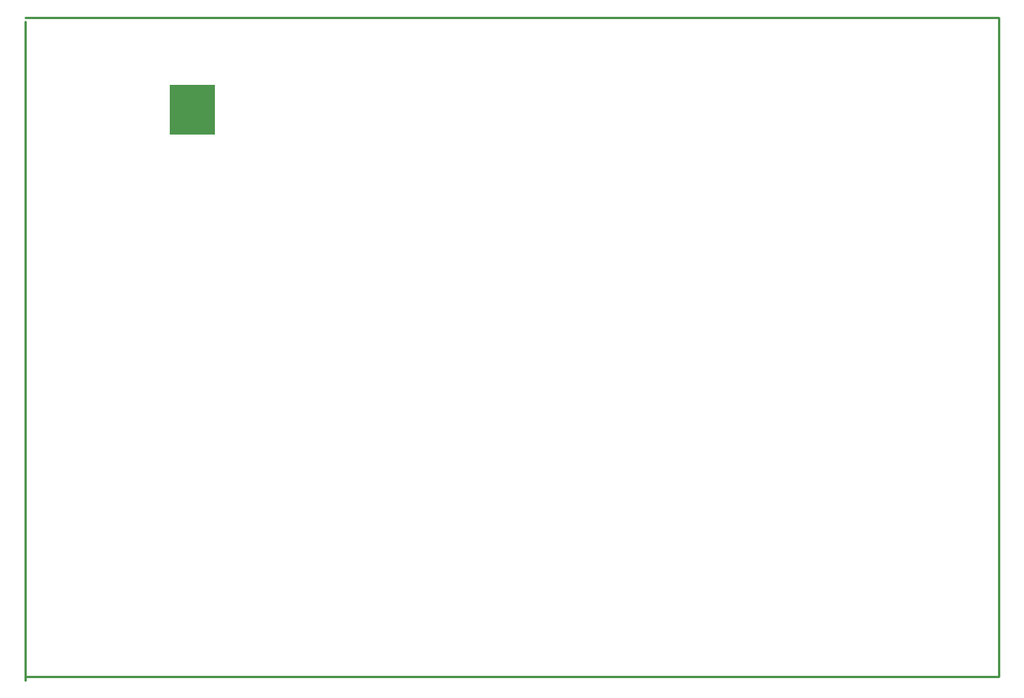
<source format=gko>
G04*
G04 #@! TF.GenerationSoftware,Altium Limited,Altium Designer,25.2.1 (25)*
G04*
G04 Layer_Color=16711935*
%FSLAX44Y44*%
%MOMM*%
G71*
G04*
G04 #@! TF.SameCoordinates,6A0C6451-6BFE-4A27-B80D-F8B4996A6162*
G04*
G04*
G04 #@! TF.FilePolarity,Positive*
G04*
G01*
G75*
%ADD90C,0.2540*%
G36*
X672519Y1144941D02*
X622481D01*
Y1200059D01*
X672519D01*
Y1144941D01*
D02*
G37*
D90*
X462500Y1275000D02*
X1540000D01*
X462500Y545000D02*
X1540000D01*
X1540000Y1275000D02*
X1540000Y545000D01*
X462500Y541000D02*
Y1271000D01*
M02*

</source>
